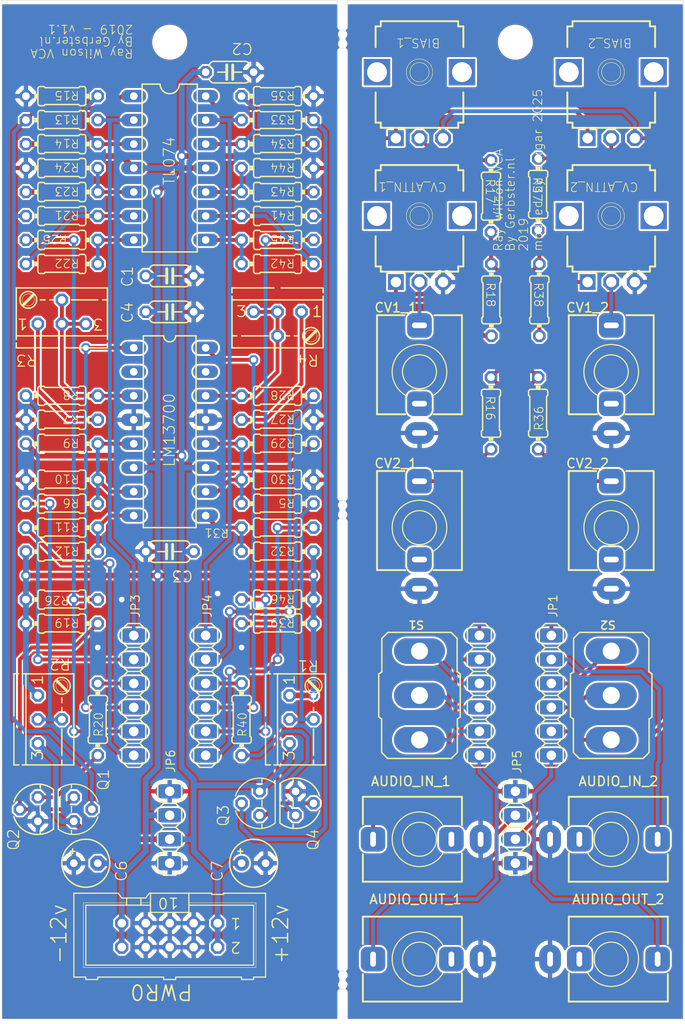
<source format=kicad_pcb>
(kicad_pcb (version 20240108) (generator "pcbnew") (generator_version "8.0")
  (layers (0 "F.Cu" signal) (31 "B.Cu" signal) (34 "B.Paste" user) (35 "F.Paste" user) (36 "B.SilkS" user "B.Silkscreen") (37 "F.SilkS" user "F.Silkscreen") (38 "B.Mask" user) (39 "F.Mask" user) (44 "Edge.Cuts" user))
  (net 0 "")
  (net 1 "+12V")
  (net 2 "-12V")
  (net 3 "N$1")
  (net 4 "GND")
  (net 5 "N$3")
  (net 6 "N$4")
  (net 7 "AI1_M")
  (net 8 "SWB1_M")
  (net 9 "N$7")
  (net 10 "N$9")
  (net 11 "N$10")
  (net 12 "N$15")
  (net 13 "N$17")
  (net 14 "N$19")
  (net 15 "N$20")
  (net 16 "N$11")
  (net 17 "SWA1_M")
  (net 18 "SWC1_M")
  (net 19 "N$16")
  (net 20 "N$23")
  (net 21 "N$24")
  (net 22 "N$27")
  (net 23 "CV2_M")
  (net 24 "N$29")
  (net 25 "N$30")
  (net 26 "N$34")
  (net 27 "N$35")
  (net 28 "N$36")
  (net 29 "N$37")
  (net 30 "N$38")
  (net 31 "SWA2_M")
  (net 32 "SWC2_M")
  (net 33 "SWB2_M")
  (net 34 "N$41")
  (net 35 "IO_CV1")
  (net 36 "CV1_M")
  (net 37 "N$8")
  (net 38 "N$12")
  (net 39 "CV2_IO")
  (net 40 "AI2_IO")
  (net 41 "SWB2_IO")
  (net 42 "SWA2_IO")
  (net 43 "SWC2_IO")
  (net 44 "AO2_IO")
  (net 45 "N$46")
  (net 46 "IO_CV2")
  (net 47 "N$47")
  (net 48 "N$48")
  (net 49 "AO1_M")
  (net 50 "AO2_M")
  (net 51 "CV1_IO")
  (net 52 "AI1_IO")
  (net 53 "AO1_IO")
  (net 54 "SWB1_IO")
  (net 55 "SWA1_IO")
  (net 56 "SWC1_IO")
  (net 57 "AI2_M")
  (net 58 "N$2")
  (net 59 "N$5")
  (footprint "ioboard:0204_7" (layer "F.Cu") (at 105.955 54.98)
    (property "Reference" "R14")
    (property "Value" "100k")
  )
  (footprint "ioboard:0204_7" (layer "F.Cu") (at 105.955 84.19)
    (property "Reference" "R7")
    (property "Value" "150R")
  )
  (footprint "ioboard:0204_7" (layer "F.Cu") (at 128.815 103.24 180)
    (property "Reference" "R46")
    (property "Value" "20k")
  )
  (footprint "ioboard:0204_7" (layer "F.Cu") (at 105.955 103.24)
    (property "Reference" "R26")
    (property "Value" "20k")
  )
  (footprint "ioboard:0204_7" (layer "F.Cu") (at 105.955 90.54 180)
    (property "Reference" "R10")
    (property "Value" "47k")
  )
  (footprint "ioboard:TO92" (layer "F.Cu") (at 103.415 125.465 90)
    (property "Reference" "Q2")
    (property "Value" "2N3906" (hide yes))
  )
  (footprint "ioboard:0204_7" (layer "F.Cu") (at 128.815 54.98 180)
    (property "Reference" "R34")
    (property "Value" "100k")
  )
  (footprint "ioboard:1X06" (layer "F.Cu") (at 121.195 113.4 90)
    (property "Reference" "JP4")
    (property "Value" "")
  )
  (footprint "ioboard:0204_7" (layer "F.Cu") (at 128.815 65.14 180)
    (property "Reference" "R45")
    (property "Value" "30k")
  )
  (footprint "" (layer "F.Cu") (at 154.0168 44.185 90)
    (property "Reference" "@HOLE0" (hide yes))
    (property "Value" "")
  )
  (footprint "ioboard:ML10" (layer "F.Cu") (at 117.385 138.8 180)
    (property "Reference" "PWR0")
    (property "Value" "")
  )
  (footprint "ioboard:0204_7" (layer "F.Cu") (at 105.955 98.16)
    (property "Reference" "R12")
    (property "Value" "4.7k")
  )
  (footprint "ioboard:C050-024X044" (layer "F.Cu") (at 117.385 68.95)
    (property "Reference" "C1")
    (property "Value" ".1uf")
  )
  (footprint "" (layer "F.Cu") (at 135.718931 44.355281 90)
    (property "Reference" "@HOLE2" (hide yes))
    (property "Value" "")
  )
  (footprint "ioboard:0204_7" (layer "F.Cu") (at 128.815 81.65 180)
    (property "Reference" "R28")
    (property "Value" "100k")
  )
  (footprint "ioboard:1X04" (layer "F.Cu") (at 154.0168 127.37 90)
    (property "Reference" "JP5")
    (property "Value" "")
  )
  (footprint "ioboard:EVUF" (layer "F.Cu") (at 143.8568 47.36)
    (property "Reference" "BIAS_1")
    (property "Value" "100k" (hide yes))
  )
  (footprint "ioboard:0204_7" (layer "F.Cu") (at 128.815 93.08 180)
    (property "Reference" "R5")
    (property "Value" "2M")
  )
  (footprint "ioboard:0204_7" (layer "F.Cu") (at 105.955 57.52 180)
    (property "Reference" "R24")
    (property "Value" "470R")
  )
  (footprint "ioboard:0204_7" (layer "F.Cu") (at 128.815 57.52)
    (property "Reference" "R44")
    (property "Value" "470R")
  )
  (footprint "ioboard:EVUF" (layer "F.Cu") (at 164.1768 62.6)
    (property "Reference" "CV_ATTN_2")
    (property "Value" "50k" (hide yes))
  )
  (footprint "ioboard:0204_7" (layer "F.Cu") (at 105.955 105.78)
    (property "Reference" "R19")
    (property "Value" "120k")
  )
  (footprint "ioboard:0204_7" (layer "F.Cu") (at 105.955 95.62 180)
    (property "Reference" "R11")
    (property "Value" "1k")
  )
  (footprint "ioboard:S64YW" (layer "F.Cu") (at 104.685 115.94 90)
    (property "Reference" "R2")
    (property "Value" "100k")
  )
  (footprint "ioboard:DIL16" (layer "F.Cu") (at 117.385 85.46 -90)
    (property "Reference" "IC2" (hide yes))
    (property "Value" "LM13700N")
  )
  (footprint "ioboard:EVUF" (layer "F.Cu") (at 164.1768 47.36)
    (property "Reference" "BIAS_2")
    (property "Value" "100k" (hide yes))
  )
  (footprint "ioboard:S64YW" (layer "F.Cu") (at 128.815 74.03)
    (property "Reference" "R4")
    (property "Value" "2k")
  )
  (footprint "ioboard:E2,5-5" (layer "F.Cu") (at 126.275 131.18)
    (property "Reference" "C7")
    (property "Value" "10uf")
  )
  (footprint "ioboard:0204_7" (layer "F.Cu") (at 105.955 86.73)
    (property "Reference" "R9")
    (property "Value" "470k")
  )
  (footprint "ioboard:C050-024X044" (layer "F.Cu") (at 117.385 72.76)
    (property "Reference" "C4")
    (property "Value" ".1uf")
  )
  (footprint "ioboard:0204_7" (layer "F.Cu") (at 128.815 98.16 180)
    (property "Reference" "R32")
    (property "Value" "4.7k")
  )
  (footprint "ioboard:1X06" (layer "F.Cu") (at 150.2068 113.4 -90)
    (property "Reference" "JP2" (hide yes))
    (property "Value" "")
  )
  (footprint "ioboard:0204_7" (layer "F.Cu") (at 105.955 65.14)
    (property "Reference" "R25")
    (property "Value" "30k")
  )
  (footprint "ioboard:0204_7" (layer "F.Cu") (at 156.4368 83.5 90)
    (property "Reference" "R36")
    (property "Value" "100k")
  )
  (footprint "ioboard:0204_7" (layer "F.Cu") (at 105.955 67.68)
    (property "Reference" "R22")
    (property "Value" "100k")
  )
  (footprint "AudioJacks:Jack_3.5mm_QingPu_WQP-PJ398SM_Vertical_1" (layer "F.Cu") (at 143.8568 79.11)
    (property "Reference" "CV1_1")
    (property "Value" "PJ301BMPJ301BM")
  )
  (footprint "ioboard:0204_7" (layer "F.Cu") (at 128.815 86.73 180)
    (property "Reference" "R29")
    (property "Value" "470k")
  )
  (footprint "AudioJacks:Jack_3.5mm_QingPu_WQP-PJ398SM_Vertical_1" (layer "F.Cu") (at 143.8568 128.64 90)
    (property "Reference" "AUDIO_IN_1")
    (property "Value" "PJ301BMPJ301BM")
  )
  (footprint "ioboard:0204_7" (layer "F.Cu") (at 105.955 62.6)
    (property "Reference" "R21")
    (property "Value" "2k")
  )
  (footprint "ioboard:S64YW" (layer "F.Cu") (at 131.355 115.94 90)
    (property "Reference" "R1")
    (property "Value" "100k")
  )
  (footprint "ioboard:0204_7" (layer "F.Cu") (at 125.005 115.94 -90)
    (property "Reference" "R40")
    (property "Value" "20k")
  )
  (footprint "ioboard:C050-024X044" (layer "F.Cu") (at 117.385 98.16 180)
    (property "Reference" "C3")
    (property "Value" ".1uf")
  )
  (footprint "ioboard:0204_7" (layer "F.Cu") (at 151.4368 83.5 90)
    (property "Reference" "R16")
    (property "Value" "100k")
  )
  (footprint "ioboard:0204_7" (layer "F.Cu") (at 128.815 105.78 180)
    (property "Reference" "R39")
    (property "Value" "120k")
  )
  (footprint "ioboard:0204_7" (layer "F.Cu") (at 151.4368 60.5 -90)
    (property "Reference" "R17")
    (property "Value" "100k")
  )
  (footprint "ioboard:0204_7" (layer "F.Cu") (at 156.4368 60.31 -90)
    (property "Reference" "R37")
    (property "Value" "100k")
  )
  (footprint "ioboard:0204_7" (layer "F.Cu") (at 128.815 95.62)
    (property "Reference" "R31")
    (property "Value" "1k")
  )
  (footprint "ioboard:1X06" (layer "F.Cu") (at 157.8268 113.4 -90)
    (property "Reference" "JP1")
    (property "Value" "")
  )
  (footprint "ioboard:E2,5-5" (layer "F.Cu") (at 108.495 131.18)
    (property "Reference" "C6")
    (property "Value" "10uf")
  )
  (footprint "ioboard:0204_7" (layer "F.Cu") (at 105.955 49.9 180)
    (property "Reference" "R15")
    (property "Value" "2k")
  )
  (footprint "ioboard:0204_7" (layer "F.Cu") (at 105.955 81.65)
    (property "Reference" "R8")
    (property "Value" "100k")
  )
  (footprint "ioboard:C050-024X044" (layer "F.Cu") (at 123.735 47.36)
    (property "Reference" "C2")
    (property "Value" ".1uf")
  )
  (footprint "" (layer "F.Cu") (at 135.718931 43.352705 90)
    (property "Reference" "@HOLE4" (hide yes))
    (property "Value" "")
  )
  (footprint "ioboard:0204_7" (layer "F.Cu") (at 128.815 90.54)
    (property "Reference" "R30")
    (property "Value" "47k")
  )
  (footprint "ioboard:DIL14" (layer "F.Cu") (at 117.385 57.52 -90)
    (property "Reference" "IC1" (hide yes))
    (property "Value" "TL074P")
  )
  (footprint "ioboard:0204_7" (layer "F.Cu") (at 128.815 49.9)
    (property "Reference" "R35")
    (property "Value" "2k")
  )
  (footprint "ioboard:1X04" (layer "F.Cu") (at 117.385 127.37 -90)
    (property "Reference" "JP6")
    (property "Value" "")
  )
  (footprint "ioboard:0204_7" (layer "F.Cu") (at 109.765 115.94 -90)
    (property "Reference" "R20")
    (property "Value" "20k")
  )
  (footprint "" (layer "F.Cu") (at 135.717589 94.251289 90)
    (property "Reference" "@HOLE2" (hide yes))
    (property "Value" "")
  )
  (footprint "" (layer "F.Cu") (at 117.385 44.185 90)
    (property "Reference" "@HOLE1" (hide yes))
    (property "Value" "")
  )
  (footprint "ioboard:0204_7" (layer "F.Cu") (at 105.955 93.08)
    (property "Reference" "R6")
    (property "Value" "2M")
  )
  (footprint "AudioJacks:Jack_3.5mm_QingPu_WQP-PJ398SM_Vertical_1" (layer "F.Cu") (at 164.1768 95.62)
    (property "Reference" "CV2_2")
    (property "Value" "PJ301BMPJ301BM" (hide yes))
  )
  (footprint "ioboard:TO92" (layer "F.Cu") (at 107.225 125.465 -90)
    (property "Reference" "Q1")
    (property "Value" "2N3904" (hide yes))
  )
  (footprint "" (layer "F.Cu") (at 135.7368 144.0425 90)
    (property "Reference" "@HOLE2" (hide yes))
    (property "Value" "")
  )
  (footprint "ioboard:TO92" (layer "F.Cu") (at 130.72 124.83 -90)
    (property "Reference" "Q4")
    (property "Value" "2N3906" (hide yes))
  )
  (footprint "ioboard:EVUF" (layer "F.Cu") (at 143.8568 62.6)
    (property "Reference" "CV_ATTN_1")
    (property "Value" "50k" (hide yes))
  )
  (footprint "ioboard:S64YW" (layer "F.Cu") (at 105.955 72.76 180)
    (property "Reference" "R3")
    (property "Value" "2k")
  )
  (footprint "ioboard:M9040P" (layer "F.Cu") (at 164.1768 113.4)
    (property "Reference" "S2")
    (property "Value" "")
  )
  (footprint "AudioJacks:Jack_3.5mm_QingPu_WQP-PJ398SM_Vertical_1" (layer "F.Cu") (at 143.8568 141.34 90)
    (property "Reference" "AUDIO_OUT_1")
    (property "Value" "PJ301BMPJ301BM")
  )
  (footprint "ioboard:1X06" (layer "F.Cu") (at 113.575 113.4 90)
    (property "Reference" "JP3")
    (property "Value" "")
  )
  (footprint "ioboard:0204_7" (layer "F.Cu") (at 128.815 67.68 180)
    (property "Reference" "R42")
    (property "Value" "100k")
  )
  (footprint "ioboard:M9040P" (layer "F.Cu") (at 143.8568 113.4)
    (property "Reference" "S1")
    (property "Value" "")
  )
  (footprint "AudioJacks:Jack_3.5mm_QingPu_WQP-PJ398SM_Vertical_1" (layer "F.Cu") (at 164.1768 79.11)
    (property "Reference" "CV1_2")
    (property "Value" "PJ301BMPJ301BM")
  )
  (footprint "ioboard:0204_7" (layer "F.Cu") (at 128.815 62.6 180)
    (property "Reference" "R41")
    (property "Value" "2k")
  )
  (footprint "" (layer "F.Cu") (at 135.75 143.0425 90)
    (property "Reference" "@HOLE4" (hide yes))
    (property "Value" "")
  )
  (footprint "ioboard:TO92" (layer "F.Cu") (at 126.91 124.83 90)
    (property "Reference" "Q3")
    (property "Value" "2N3904" (hide yes))
  )
  (footprint "ioboard:0204_7" (layer "F.Cu") (at 128.815 60.06 180)
    (property "Reference" "R43")
    (property "Value" "100k")
  )
  (footprint "AudioJacks:Jack_3.5mm_QingPu_WQP-PJ398SM_Vertical_1" (layer "F.Cu") (at 164.1768 128.64 -90)
    (property "Reference" "AUDIO_IN_2")
    (property "Value" "PJ301BMPJ301BM")
  )
  (footprint "ioboard:0204_7" (layer "F.Cu") (at 105.955 60.06)
    (property "Reference" "R23")
    (property "Value" "100k")
  )
  (footprint "ioboard:0204_7" (layer "F.Cu") (at 128.815 52.44)
    (property "Reference" "R33")
    (property "Value" "2k")
  )
  (footprint "AudioJacks:Jack_3.5mm_QingPu_WQP-PJ398SM_Vertical_1" (layer "F.Cu") (at 164.1768 141.34 -90)
    (property "Reference" "AUDIO_OUT_2")
    (property "Value" "PJ301BMPJ301BM")
  )
  (footprint "ioboard:0204_7" (layer "F.Cu") (at 151.4768 71.49 90)
    (property "Reference" "R18")
    (property "Value" "100k")
  )
  (footprint "ioboard:0204_7" (layer "F.Cu") (at 105.955 52.44 180)
    (property "Reference" "R13")
    (property "Value" "2k")
  )
  (footprint "ioboard:0204_7" (layer "F.Cu") (at 128.815 84.19 180)
    (property "Reference" "R27")
    (property "Value" "150R")
  )
  (footprint "" (layer "F.Cu") (at 135.714155 93.24163 90)
    (property "Reference" "@HOLE4" (hide yes))
    (property "Value" "")
  )
  (footprint "ioboard:0204_7" (layer "F.Cu") (at 156.5568 71.49 90)
    (property "Reference" "R38")
    (property "Value" "100k")
  )
  (footprint "AudioJacks:Jack_3.5mm_QingPu_WQP-PJ398SM_Vertical_1" (layer "F.Cu") (at 143.8568 95.62)
    (property "Reference" "CV2_1")
    (property "Value" "PJ301BMPJ301BM")
  )
  (gr_line (start 136.2368 147.69) (end 171.7968 147.69) (stroke (width 0.05)) (layer "Edge.Cuts"))
  (gr_arc (start 135.914792 44.805913) (mid 136.139298 44.898907) (end 136.232292 45.123413) (stroke (width 0.05)) (layer "Edge.Cuts"))
  (gr_line (start 135.165 39.74) (end 135.160492 42.583413) (stroke (width 0.05)) (layer "Edge.Cuts"))
  (gr_arc (start 136.2368 142.2925) (mid 136.143807 142.517006) (end 135.919301 142.609999) (stroke (width 0.05)) (layer "Edge.Cuts"))
  (gr_line (start 136.2368 94.985) (end 136.2368 142.2925) (stroke (width 0.05)) (layer "Edge.Cuts"))
  (gr_arc (start 135.165 144.8325) (mid 135.257994 144.607994) (end 135.4825 144.515) (stroke (width 0.05)) (layer "Edge.Cuts"))
  (gr_arc (start 135.914792 94.672164) (mid 136.139267 94.76325) (end 136.2368 94.985) (stroke (width 0.05)) (layer "Edge.Cuts"))
  (gr_line (start 135.477992 42.900913) (end 135.914793 42.900912) (stroke (width 0.05)) (layer "Edge.Cuts"))
  (gr_arc (start 136.2368 92.445) (mid 136.145848 92.67878) (end 135.914793 92.776448) (stroke (width 0.05)) (layer "Edge.Cuts"))
  (gr_arc (start 135.160492 45.123413) (mid 135.253486 44.898907) (end 135.477992 44.805913) (stroke (width 0.05)) (layer "Edge.Cuts"))
  (gr_line (start 135.165 39.74) (end 99.605 39.74) (stroke (width 0.05)) (layer "Edge.Cuts"))
  (gr_line (start 171.7968 39.74) (end 136.2368 39.74) (stroke (width 0.05)) (layer "Edge.Cuts"))
  (gr_line (start 136.2368 39.74) (end 136.232292 42.583413) (stroke (width 0.05)) (layer "Edge.Cuts"))
  (gr_line (start 135.165 144.8325) (end 135.165 147.69) (stroke (width 0.05)) (layer "Edge.Cuts"))
  (gr_arc (start 135.160632 94.98487) (mid 135.256847 94.766488) (end 135.477992 94.676806) (stroke (width 0.05)) (layer "Edge.Cuts"))
  (gr_arc (start 135.477992 42.900913) (mid 135.253486 42.807919) (end 135.160492 42.583413) (stroke (width 0.05)) (layer "Edge.Cuts"))
  (gr_line (start 136.232292 45.123413) (end 136.2368 92.445) (stroke (width 0.05)) (layer "Edge.Cuts"))
  (gr_arc (start 135.477992 92.767436) (mid 135.25331 92.672407) (end 135.165 92.445) (stroke (width 0.05)) (layer "Edge.Cuts"))
  (gr_line (start 135.477992 44.805913) (end 135.914792 44.805913) (stroke (width 0.05)) (layer "Edge.Cuts"))
  (gr_arc (start 136.232292 42.583413) (mid 136.139299 42.807919) (end 135.914793 42.900912) (stroke (width 0.05)) (layer "Edge.Cuts"))
  (gr_line (start 135.165 94.985) (end 135.165 142.2925) (stroke (width 0.05)) (layer "Edge.Cuts"))
  (gr_line (start 135.4825 142.61) (end 135.919301 142.609999) (stroke (width 0.05)) (layer "Edge.Cuts"))
  (gr_arc (start 135.4825 142.61) (mid 135.257994 142.517006) (end 135.165 142.2925) (stroke (width 0.05)) (layer "Edge.Cuts"))
  (gr_line (start 135.160492 45.123413) (end 135.165 92.445) (stroke (width 0.05)) (layer "Edge.Cuts"))
  (gr_arc (start 135.9193 144.515) (mid 136.143806 144.607994) (end 136.2368 144.8325) (stroke (width 0.05)) (layer "Edge.Cuts"))
  (gr_line (start 99.605 147.69) (end 135.165 147.69) (stroke (width 0.05)) (layer "Edge.Cuts"))
  (gr_line (start 136.2368 144.8325) (end 136.2368 147.69) (stroke (width 0.05)) (layer "Edge.Cuts"))
  (gr_line (start 99.605 147.69) (end 99.605 39.74) (stroke (width 0.05)) (layer "Edge.Cuts"))
  (gr_line (start 171.7968 147.69) (end 171.7968 39.74) (stroke (width 0.05)) (layer "Edge.Cuts"))
  (gr_line (start 135.477992 94.676806) (end 135.914792 94.672164) (stroke (width 0.05)) (layer "Edge.Cuts"))
  (gr_line (start 135.4825 144.515) (end 135.9193 144.515) (stroke (width 0.05)) (layer "Edge.Cuts"))
  (gr_line (start 135.477992 92.767436) (end 135.914793 92.776448) (stroke (width 0.05)) (layer "Edge.Cuts"))
  (gr_text "+12v" (at 130.085 141.975 90) (layer "F.SilkS") (effects (font (size 1.63576 1.63576) (thickness 0.14224)) (justify left bottom)))
  (gr_text "Ray Wilson VCA" (at 152.7468 66.41 90) (layer "F.SilkS") (effects (font (size 0.93472 0.93472) (thickness 0.08128)) (justify left bottom)))
  (gr_text "Ray Wilson VCA" (at 113.575 44.82 180) (layer "F.SilkS") (effects (font (size 0.93472 0.93472) (thickness 0.08128)) (justify left bottom)))
  (gr_text "TL074" (at 118.02 59.425 90) (layer "F.SilkS") (effects (font (size 1.1684 1.1684) (thickness 0.1016)) (justify left bottom)))
  (gr_text "By Gerbster.nl" (at 113.575 43.55 180) (layer "F.SilkS") (effects (font (size 0.93472 0.93472) (thickness 0.08128)) (justify left bottom)))
  (gr_text "By Gerbster.nl" (at 154.0168 66.41 90) (layer "F.SilkS") (effects (font (size 0.93472 0.93472) (thickness 0.08128)) (justify left bottom)))
  (gr_text "-12v" (at 106.59 141.975 90) (layer "F.SilkS") (effects (font (size 1.63576 1.63576) (thickness 0.14224)) (justify left bottom)))
  (gr_text "2019 - v1.1" (at 113.575 42.28 180) (layer "F.SilkS") (effects (font (size 0.93472 0.93472) (thickness 0.08128)) (justify left bottom)))
  (gr_text "2019\nmodded by borgar 2025" (at 156.9368 66.41 90) (layer "F.SilkS") (effects (font (size 0.93472 0.93472) (thickness 0.08128)) (justify left bottom)))
  (gr_text "LM13700" (at 118.02 89.27 90) (layer "F.SilkS") (effects (font (size 1.1684 1.1684) (thickness 0.1016)) (justify left bottom)))
  (segment (start 130.085 58.79) (end 130.085 56.25) (width 0.6096) (layer "F.Cu") (net 1))
  (segment (start 130.085 89.27) (end 132.625 86.73) (width 0.6096) (layer "F.Cu") (net 1))
  (segment (start 132.625 60.06) (end 131.355 60.06) (width 0.6096) (layer "F.Cu") (net 1))
  (segment (start 112.305 56.25) (end 113.575 57.52) (width 0.6096) (layer "F.Cu") (net 1))
  (segment (start 104.685 58.79) (end 104.685 56.25) (width 0.6096) (layer "F.Cu") (net 1))
  (segment (start 162.7918 119.865) (end 166.246355 119.865) (width 0.4) (layer "F.Cu") (net 1))
  (segment (start 102.145 54.98) (end 103.415 54.98) (width 0.6096) (layer "F.Cu") (net 1))
  (segment (start 102.145 60.06) (end 103.415 60.06) (width 0.6096) (layer "F.Cu") (net 1))
  (segment (start 130.085 56.25) (end 118.655 56.25) (width 0.6096) (layer "F.Cu") (net 1))
  (segment (start 117.385 128.64) (end 109.13 128.64) (width 0.6096) (layer "F.Cu") (net 1))
  (segment (start 103.415 88) (end 102.145 86.73) (width 0.6096) (layer "F.Cu") (net 1))
  (segment (start 103.415 54.98) (end 104.685 56.25) (width 0.6096) (layer "F.Cu") (net 1))
  (segment (start 154.0168 128.64) (end 162.7918 119.865) (width 0.4) (layer "F.Cu") (net 1))
  (segment (start 166.246355 119.865) (end 170.9368 115.174555) (width 0.4) (layer "F.Cu") (net 1))
  (segment (start 131.355 54.98) (end 132.625 54.98) (width 0.6096) (layer "F.Cu") (net 1))
  (segment (start 167.7968 54.36) (end 166.6768 54.36) (width 0.4) (layer "F.Cu") (net 1))
  (segment (start 121.195 89.27) (end 130.085 89.27) (width 0.6096) (layer "F.Cu") (net 1))
  (segment (start 170.9368 115.174555) (end 170.9368 57.5) (width 0.4) (layer "F.Cu") (net 1))
  (segment (start 131.355 60.06) (end 130.085 58.79) (width 0.6096) (layer "F.Cu") (net 1))
  (segment (start 109.13 128.64) (end 107.225 126.735) (width 0.6096) (layer "F.Cu") (net 1))
  (segment (start 170.9368 57.5) (end 167.7968 54.36) (width 0.4) (layer "F.Cu") (net 1))
  (segment (start 130.085 56.25) (end 131.355 54.98) (width 0.6096) (layer "F.Cu") (net 1))
  (segment (start 103.415 60.06) (end 104.685 58.79) (width 0.6096) (layer "F.Cu") (net 1))
  (segment (start 118.655 88) (end 103.415 88) (width 0.6096) (layer "F.Cu") (net 1))
  (segment (start 104.685 56.25) (end 112.305 56.25) (width 0.6096) (layer "F.Cu") (net 1))
  (via (at 118.655 56.25) (size 1.0064) (drill 0.6) (layers "F.Cu" "B.Cu") (net 1))
  (via (at 118.655 88) (size 1.0064) (drill 0.6) (layers "F.Cu" "B.Cu") (net 1))
  (segment (start 122.465 132.45) (end 119.925 129.91) (width 0.6096) (layer "B.Cu") (net 1))
  (segment (start 119.925 128.64) (end 119.925 122.925) (width 0.6096) (layer "B.Cu") (net 1))
  (segment (start 107.225 126.735) (end 105.955 126.735) (width 0.6096) (layer "B.Cu") (net 1))
  (segment (start 123.735 131.18) (end 122.465 132.45) (width 0.6096) (layer "B.Cu") (net 1))
  (segment (start 122.465 137.53) (end 122.465 132.45) (width 0.6096) (layer "B.Cu") (net 1))
  (segment (start 119.925 122.29) (end 118.655 121.02) (width 0.6096) (layer "B.Cu") (net 1))
  (segment (start 146.3568 54.36) (end 146.3568 52.58) (width 0.4) (layer "B.Cu") (net 1))
  (segment (start 118.655 89.27) (end 118.655 88) (width 0.6096) (layer "B.Cu") (net 1))
  (segment (start 126.91 123.56) (end 130.085 120.385) (width 0.6096) (layer "B.Cu") (net 1))
  (segment (start 118.655 89.27) (end 121.195 89.27) (width 0.6096) (layer "B.Cu") (net 1))
  (segment (start 105.32 126.1) (end 105.32 120.385) (width 0.6096) (layer "B.Cu") (net 1))
  (segment (start 118.655 56.25) (end 118.655 57.52) (width 0.6096) (layer "B.Cu") (net 1))
  (segment (start 118.655 48.63) (end 118.655 56.25) (width 0.6096) (layer "B.Cu") (net 1))
  (segment (start 122.465 140.07) (end 122.465 137.53) (width 0.6096) (layer "B.Cu") (net 1))
  (segment (start 118.655 98.16) (end 118.655 89.27) (width 0.6096) (layer "B.Cu") (net 1))
  (segment (start 166.6768 52.74) (end 166.6768 54.36) (width 0.4) (layer "B.Cu") (net 1))
  (segment (start 118.655 121.02) (end 118.655 98.16) (width 0.6096) (layer "B.Cu") (net 1))
  (segment (start 113.575 57.52) (end 118.655 57.52) (width 0.6096) (layer "B.Cu") (net 1))
  (segment (start 130.085 120.385) (end 130.085 118.48) (width 0.6096) (layer "B.Cu") (net 1))
  (segment (start 147.4368 51.5) (end 165.4368 51.5) (width 0.4) (layer "B.Cu") (net 1))
  (segment (start 118.655 57.52) (end 118.655 88) (width 0.6096) (layer "B.Cu") (net 1))
  (segment (start 126.275 122.925) (end 126.91 123.56) (width 0.6096) (layer "B.Cu") (net 1))
  (segment (start 117.385 128.64) (end 119.925 128.64) (width 0.6096) (layer "B.Cu") (net 1))
  (segment (start 121.195 47.36) (end 119.925 47.36) (width 0.6096) (layer "B.Cu") (net 1))
  (segment (start 165.4368 51.5) (end 166.6768 52.74) (width 0.4) (layer "B.Cu") (net 1))
  (segment (start 119.925 122.925) (end 126.275 122.925) (width 0.6096) (layer "B.Cu") (net 1))
  (segment (start 119.925 122.925) (end 119.925 122.29) (width 0.6096) (layer "B.Cu") (net 1))
  (segment (start 122.465 138.8) (end 122.465 137.53) (width 0.6096) (layer "B.Cu") (net 1))
  (segment (start 146.3568 52.58) (end 147.4368 51.5) (width 0.4) (layer "B.Cu") (net 1))
  (segment (start 119.925 129.91) (end 119.925 128.64) (width 0.6096) (layer "B.Cu") (net 1))
  (segment (start 119.925 98.16) (end 118.655 98.16) (width 0.6096) (layer "B.Cu") (net 1))
  (segment (start 125.005 131.18) (end 123.735 131.18) (width 0.6096) (layer "B.Cu") (net 1))
  (segment (start 105.955 126.735) (end 105.32 126.1) (width 0.6096) (layer "B.Cu") (net 1))
  (segment (start 119.925 47.36) (end 118.655 48.63) (width 0.6096) (layer "B.Cu") (net 1))
  (segment (start 105.32 120.385) (end 103.415 118.48) (width 0.6096) (layer "B.Cu") (net 1))
  (segment (start 116.115 100.7) (end 102.145 100.7) (width 0.6096) (layer "F.Cu") (net 2))
  (segment (start 160.4368 51.5) (end 161.6768 52.74) (width 0.4) (layer "F.Cu") (net 2))
  (segment (start 141.3568 54.36) (end 141.3568 53.08) (width 0.4) (layer "F.Cu") (net 2))
  (segment (start 130.085 113.4) (end 132.625 113.4) (width 0.6096) (layer "F.Cu") (net 2))
  (segment (start 137.041764 129.979023) (end 137.041764 57.395036) (width 0.4) (layer "F.Cu") (net 2))
  (segment (start 132.625 100.7) (end 116.115 100.7) (width 0.6096) (layer "F.Cu") (net 2))
  (segment (start 140.0768 54.36) (end 141.3568 54.36) (width 0.4) (layer "F.Cu") (net 2))
  (segment (start 141.3568 53.08) (end 142.9368 51.5) (width 0.4) (layer "F.Cu") (net 2))
  (segment (start 161.6768 52.74) (end 161.6768 54.36) (width 0.4) (layer "F.Cu") (net 2))
  (segment (start 152.00708 129.997999) (end 150.505079 131.5) (width 0.4) (layer "F.Cu") (net 2))
  (segment (start 150.505079 131.5) (end 138.562741 131.5) (width 0.4) (layer "F.Cu") (net 2))
  (segment (start 152.00708 128.10972) (end 152.00708 129.997999) (width 0.4) (layer "F.Cu") (net 2))
  (segment (start 154.0168 126.1) (end 152.00708 128.10972) (width 0.4) (layer "F.Cu") (net 2))
  (segment (start 142.9368 51.5) (end 160.4368 51.5) (width 0.4) (layer "F.Cu") (net 2))
  (segment (start 118.655 57.52) (end 121.195 57.52) (width 0.6096) (layer "F.Cu") (net 2))
  (segment (start 116.115 60.06) (end 118.655 57.52) (width 0.6096) (layer "F.Cu") (net 2))
  (segment (start 138.562741 131.5) (end 137.041764 129.979023) (width 0.4) (layer "F.Cu") (net 2))
  (segment (start 137.041764 57.395036) (end 140.0768 54.36) (width 0.4) (layer "F.Cu") (net 2))
  (via (at 132.625 113.4) (size 1.0064) (drill 0.6) (layers "F.Cu" "B.Cu") (net 2))
  (via (at 116.115 60.06) (size 1.0064) (drill 0.6) (layers "F.Cu" "B.Cu") (net 2))
  (via (at 102.145 100.7) (size 1.0064) (drill 0.6) (layers "F.Cu" "B.Cu") (net 2))
  (via (at 132.625 100.7) (size 1.0064) (drill 0.6) (layers "F.Cu" "B.Cu") (net 2))
  (via (at 116.115 100.7) (size 1.0064) (drill 0.6) (layers "F.Cu" "B.Cu") (net 2))
  (segment (start 102.145 100.7) (end 102.145 98.16) (width 0.6096) (layer "B.Cu") (net 2))
  (segment (start 102.145 112.13) (end 103.415 113.4) (width 0.6096) (layer "B.Cu") (net 2))
  (segment (start 114.845 126.1) (end 114.845 122.29) (width 0.6096) (layer "B.Cu") (net 2))
  (segment (start 114.845 72.76) (end 116.115 72.76) (width 0.6096) (layer "B.Cu") (net 2))
  (segment (start 112.305 132.45) (end 114.845 129.91) (width 0.6096) (layer "B.Cu") (net 2))
  (segment (start 116.115 121.02) (end 116.115 100.7) (width 0.6096) (layer "B.Cu") (net 2))
  (segment (start 102.145 103.24) (end 102.145 105.78) (width 0.6096) (layer "B.Cu") (net 2))
  (segment (start 132.625 103.24) (end 132.625 113.4) (width 0.6096) (layer "B.Cu") (net 2))
  (segment (start 116.115 68.95) (end 116.115 60.06) (width 0.6096) (layer "B.Cu") (net 2))
  (segment (start 114.845 129.91) (end 114.845 126.1) (width 0.6096) (layer "B.Cu") (net 2))
  (segment (start 116.115 89.27) (end 116.115 72.76) (width 0.6096) (layer "B.Cu") (net 2))
  (segment (start 117.385 126.1) (end 114.845 126.1) (width 0.6096) (layer "B.Cu") (net 2))
  (segment (start 116.115 89.27) (end 113.575 89.27) (width 0.6096) (layer "B.Cu") (net 2))
  (segment (start 132.625 98.16) (end 132.625 100.7) (width 0.6096) (layer "B.Cu") (net 2))
  (segment (start 132.625 105.78) (end 132.625 103.24) (width 0.4064) (layer "B.Cu") (net 2))
  (segment (start 102.145 105.78) (end 102.145 112.13) (width 0.6096) (layer "B.Cu") (net 2))
  (segment (start 102.145 100.7) (end 102.145 103.24) (width 0.6096) (layer "B.Cu") (net 2))
  (segment (start 132.625 103.24) (end 132.625 100.7) (width 0.6096) (layer "B.Cu") (net 2))
  (segment (start 109.765 131.18) (end 111.035 131.18) (width 0.6096) (layer "B.Cu") (net 2))
  (segment (start 114.845 122.29) (end 116.115 121.02) (width 0.6096) (layer "B.Cu") (net 2))
  (segment (start 112.305 140.07) (end 112.305 137.53) (width 0.6096) (layer "B.Cu") (net 2))
  (segment (start 114.845 68.95) (end 116.115 68.95) (width 0.6096) (layer "B.Cu") (net 2))
  (segment (start 111.035 131.18) (end 112.305 132.45) (width 0.6096) (layer "B.Cu") (net 2))
  (segment (start 112.305 137.53) (end 112.305 132.45) (width 0.6096) (layer "B.Cu") (net 2))
  (segment (start 116.115 72.76) (end 116.115 68.95) (width 0.6096) (layer "B.Cu") (net 2))
  (segment (start 116.115 100.7) (end 116.115 89.27) (width 0.6096) (layer "B.Cu") (net 2))
  (segment (start 102.145 93.08) (end 104.685 93.08) (width 0.4064) (layer "F.Cu") (net 3))
  (via (at 104.685 93.08) (size 1.0064) (drill 0.6) (layers "F.Cu" "B.Cu") (net 3))
  (segment (start 104.685 93.08) (end 104.685 115.94) (width 0.4064) (layer "B.Cu") (net 3))
  (segment (start 104.685 115.94) (end 103.415 115.94) (width 0.4064) (layer "B.Cu") (net 3))
  (segment (start 105.955 115.94) (end 104.685 115.94) (width 0.4064) (layer "B.Cu") (net 3))
  (via (at 112.305 103.24) (size 1.0064) (drill 0.6) (layers "F.Cu" "B.Cu") (net 4))
  (via (at 122.465 102.605) (size 1.0064) (drill 0.6) (layers "F.Cu" "B.Cu") (net 4))
  (via (at 125.005 108.32) (size 1.0064) (drill 0.6) (layers "F.Cu" "B.Cu") (net 4))
  (via (at 109.765 108.32) (size 1.0064) (drill 0.6) (layers "F.Cu" "B.Cu") (net 4))
  (segment (start 105.955 80.38) (end 105.955 71.49) (width 0.4064) (layer "F.Cu") (net 5))
  (segment (start 109.765 81.65) (end 113.575 81.65) (width 0.4064) (layer "F.Cu") (net 5))
  (segment (start 105.955 71.49) (end 105.955 74.03) (width 0.4064) (layer "F.Cu") (net 5))
  (segment (start 105.955 74.03) (end 108.495 74.03) (width 0.4064) (layer "F.Cu") (net 5))
  (segment (start 107.225 81.65) (end 105.955 80.38) (width 0.4064) (layer "F.Cu") (net 5))
  (segment (start 109.765 81.65) (end 107.225 81.65) (width 0.4064) (layer "F.Cu") (net 5))
  (segment (start 109.765 86.73) (end 113.575 86.73) (width 0.4064) (layer "F.Cu") (net 6))
  (segment (start 111.035 91.81) (end 109.765 90.54) (width 0.4064) (layer "F.Cu") (net 6))
  (segment (start 113.575 91.81) (end 111.035 91.81) (width 0.4064) (layer "F.Cu") (net 6))
  (segment (start 109.765 90.54) (end 109.765 86.73) (width 0.4064) (layer "B.Cu") (net 6))
  (segment (start 109.765 93.08) (end 109.765 90.54) (width 0.4064) (layer "B.Cu") (net 6))
  (segment (start 103.415 109.59) (end 113.575 109.59) (width 0.4064) (layer "F.Cu") (net 7))
  (via (at 103.415 109.59) (size 1.0064) (drill 0.6) (layers "F.Cu" "B.Cu") (net 7))
  (segment (start 102.145 81.65) (end 103.415 82.92) (width 0.4064) (layer "B.Cu") (net 7))
  (segment (start 103.415 82.92) (end 103.415 109.59) (width 0.4064) (layer "B.Cu") (net 7))
  (segment (start 108.495 114.67) (end 113.575 114.67) (width 0.4064) (layer "F.Cu") (net 8))
  (segment (start 113.575 76.57) (end 108.495 76.57) (width 0.4064) (layer "F.Cu") (net 8))
  (via (at 108.495 114.67) (size 1.0064) (drill 0.6) (layers "F.Cu" "B.Cu") (net 8))
  (via (at 108.495 76.57) (size 1.0064) (drill 0.6) (layers "F.Cu" "B.Cu") (net 8))
  (segment (start 108.495 76.57) (end 108.495 114.67) (width 0.4064) (layer "B.Cu") (net 8))
  (segment (start 111.035 94.35) (end 113.575 94.35) (width 0.4064) (layer "F.Cu") (net 9))
  (segment (start 109.765 95.62) (end 111.035 94.35) (width 0.4064) (layer "F.Cu") (net 9))
  (segment (start 109.765 98.16) (end 109.765 95.62) (width 0.4064) (layer "B.Cu") (net 9))
  (segment (start 112.305 49.9) (end 113.575 49.9) (width 0.4064) (layer "F.Cu") (net 10))
  (segment (start 103.415 51.17) (end 111.035 51.17) (width 0.4064) (layer "F.Cu") (net 10))
  (segment (start 111.035 51.17) (end 112.305 49.9) (width 0.4064) (layer "F.Cu") (net 10))
  (segment (start 102.145 52.44) (end 103.415 51.17) (width 0.4064) (layer "F.Cu") (net 10))
  (segment (start 102.145 117.21) (end 104.685 117.21) (width 0.4064) (layer "B.Cu") (net 10))
  (segment (start 102.145 62.6) (end 100.875 62.6) (width 0.4064) (layer "B.Cu") (net 10))
  (segment (start 104.685 117.21) (end 109.13 121.655) (width 0.4064) (layer "B.Cu") (net 10))
  (segment (start 100.875 115.94) (end 102.145 117.21) (width 0.4064) (layer "B.Cu") (net 10))
  (segment (start 102.145 52.44) (end 100.875 53.71) (width 0.4064) (layer "B.Cu") (net 10))
  (segment (start 109.13 121.655) (end 109.13 125.465) (width 0.4064) (layer "B.Cu") (net 10))
  (segment (start 100.875 53.71) (end 100.875 62.6) (width 0.4064) (layer "B.Cu") (net 10))
  (segment (start 100.875 62.6) (end 100.875 115.94) (width 0.4064) (layer "B.Cu") (net 10))
  (segment (start 113.575 54.98) (end 109.765 54.98) (width 0.4064) (layer "F.Cu") (net 11))
  (segment (start 109.765 49.9) (end 108.495 51.17) (width 0.4064) (layer "B.Cu") (net 11))
  (segment (start 108.495 51.17) (end 108.495 53.71) (width 0.4064) (layer "B.Cu") (net 11))
  (segment (start 108.495 53.71) (end 109.765 54.98) (width 0.4064) (layer "B.Cu") (net 11))
  (segment (start 102.78 108.32) (end 107.225 108.32) (width 0.4064) (layer "F.Cu") (net 12))
  (segment (start 107.225 108.32) (end 109.765 105.78) (width 0.4064) (layer "F.Cu") (net 12))
  (segment (start 107.225 124.195) (end 105.955 125.465) (width 0.4064) (layer "F.Cu") (net 12))
  (segment (start 105.955 125.465) (end 101.51 125.465) (width 0.4064) (layer "F.Cu") (net 12))
  (segment (start 101.51 125.465) (end 101.51 109.59) (width 0.4064) (layer "F.Cu") (net 12))
  (segment (start 101.51 109.59) (end 102.78 108.32) (width 0.4064) (layer "F.Cu") (net 12))
  (segment (start 105.32 124.195) (end 109.765 119.75) (width 0.4064) (layer "F.Cu") (net 13))
  (segment (start 103.415 124.195) (end 105.32 124.195) (width 0.4064) (layer "F.Cu") (net 13))
  (segment (start 109.765 62.6) (end 113.575 62.6) (width 0.4064) (layer "F.Cu") (net 14))
  (segment (start 107.225 62.6) (end 102.145 67.68) (width 0.4064) (layer "B.Cu") (net 14))
  (segment (start 109.765 62.6) (end 107.225 62.6) (width 0.4064) (layer "B.Cu") (net 14))
  (segment (start 109.765 65.14) (end 113.575 65.14) (width 0.4064) (layer "F.Cu") (net 15))
  (segment (start 109.765 67.68) (end 109.765 65.14) (width 0.4064) (layer "B.Cu") (net 15))
  (segment (start 113.575 60.06) (end 109.765 60.06) (width 0.4064) (layer "F.Cu") (net 16))
  (segment (start 109.765 57.52) (end 109.765 60.06) (width 0.4064) (layer "B.Cu") (net 16))
  (segment (start 109.765 112.13) (end 113.575 112.13) (width 0.4064) (layer "F.Cu") (net 17))
  (segment (start 107.225 117.21) (end 113.575 117.21) (width 0.4064) (layer "F.Cu") (net 18))
  (segment (start 102.145 65.14) (end 107.225 65.14) (width 0.4064) (layer "F.Cu") (net 18))
  (segment (start 109.765 103.24) (end 107.225 103.24) (width 0.4064) (layer "F.Cu") (net 18))
  (via (at 107.225 65.14) (size 1.0064) (drill 0.6) (layers "F.Cu" "B.Cu") (net 18))
  (via (at 107.225 117.21) (size 1.0064) (drill 0.6) (layers "F.Cu" "B.Cu") (net 18))
  (via (at 107.225 103.24) (size 1.0064) (drill 0.6) (layers "F.Cu" "B.Cu") (net 18))
  (segment (start 107.225 103.24) (end 107.225 117.21) (width 0.4064) (layer "B.Cu") (net 18))
  (segment (start 107.225 65.14) (end 107.225 103.24) (width 0.4064) (layer "B.Cu") (net 18))
  (segment (start 131.355 115.94) (end 131.355 94.35) (width 0.4064) (layer "B.Cu") (net 19))
  (segment (start 131.355 115.94) (end 130.085 115.94) (width 0.4064) (layer "B.Cu") (net 19))
  (segment (start 131.355 115.94) (end 132.625 115.94) (width 0.4064) (layer "B.Cu") (net 19))
  (segment (start 131.355 94.35) (end 132.625 93.08) (width 0.4064) (layer "B.Cu") (net 19))
  (segment (start 128.815 79.11) (end 128.815 72.76) (width 0.4064) (layer "F.Cu") (net 20))
  (segment (start 126.275 81.65) (end 128.815 79.11) (width 0.4064) (layer "F.Cu") (net 20))
  (segment (start 125.005 81.65) (end 126.275 81.65) (width 0.4064) (layer "F.Cu") (net 20))
  (segment (start 121.195 81.65) (end 125.005 81.65) (width 0.4064) (layer "F.Cu") (net 20))
  (segment (start 128.815 72.76) (end 126.275 72.76) (width 0.4064) (layer "F.Cu") (net 20))
  (segment (start 123.735 90.54) (end 125.005 90.54) (width 0.4064) (layer "F.Cu") (net 21))
  (segment (start 121.195 86.73) (end 125.005 86.73) (width 0.4064) (layer "F.Cu") (net 21))
  (segment (start 122.465 91.81) (end 123.735 90.54) (width 0.4064) (layer "F.Cu") (net 21))
  (segment (start 121.195 91.81) (end 122.465 91.81) (width 0.4064) (layer "F.Cu") (net 21))
  (segment (start 125.005 93.08) (end 125.005 90.54) (width 0.4064) (layer "B.Cu") (net 21))
  (segment (start 125.005 90.54) (end 125.005 86.73) (width 0.4064) (layer "B.Cu") (net 21))
  (segment (start 122.465 95.62) (end 125.005 95.62) (width 0.4064) (layer "F.Cu") (net 22))
  (segment (start 121.195 94.35) (end 122.465 95.62) (width 0.4064) (layer "F.Cu") (net 22))
  (segment (start 125.005 98.16) (end 125.005 95.62) (width 0.4064) (layer "B.Cu") (net 22))
  (segment (start 123.735 52.44) (end 123.735 96.89) (width 0.4064) (layer "B.Cu") (net 23))
  (segment (start 121.195 52.44) (end 123.735 52.44) (width 0.4064) (layer "B.Cu") (net 23))
  (segment (start 123.735 96.89) (end 121.195 99.43) (width 0.4064) (layer "B.Cu") (net 23))
  (segment (start 121.195 99.43) (end 121.195 107.05) (width 0.4064) (layer "B.Cu") (net 23))
  (segment (start 125.005 52.44) (end 123.735 52.44) (width 0.4064) (layer "B.Cu") (net 23))
  (segment (start 121.195 49.9) (end 122.465 51.17) (width 0.4064) (layer "F.Cu") (net 24))
  (segment (start 122.465 51.17) (end 131.355 51.17) (width 0.4064) (layer "F.Cu") (net 24))
  (segment (start 131.355 51.17) (end 132.625 52.44) (width 0.4064) (layer "F.Cu") (net 24))
  (segment (start 126.275 128.64) (end 132.625 128.64) (width 0.4064) (layer "B.Cu") (net 24))
  (segment (start 132.625 128.64) (end 133.895 127.37) (width 0.4064) (layer "B.Cu") (net 24))
  (segment (start 133.895 53.71) (end 133.895 62.6) (width 0.4064) (layer "B.Cu") (net 24))
  (segment (start 125.005 124.83) (end 125.005 127.37) (width 0.4064) (layer "B.Cu") (net 24))
  (segment (start 133.895 62.6) (end 132.625 62.6) (width 0.4064) (layer "B.Cu") (net 24))
  (segment (start 125.005 127.37) (end 126.275 128.64) (width 0.4064) (layer "B.Cu") (net 24))
  (segment (start 132.625 52.44) (end 133.895 53.71) (width 0.4064) (layer "B.Cu") (net 24))
  (segment (start 133.895 127.37) (end 133.895 62.6) (width 0.4064) (layer "B.Cu") (net 24))
  (segment (start 121.195 54.98) (end 125.005 54.98) (width 0.4064) (layer "F.Cu") (net 25))
  (segment (start 126.275 51.17) (end 126.275 53.71) (width 0.4064) (layer "B.Cu") (net 25))
  (segment (start 125.005 49.9) (end 126.275 51.17) (width 0.4064) (layer "B.Cu") (net 25))
  (segment (start 126.275 53.71) (end 125.005 54.98) (width 0.4064) (layer "B.Cu") (net 25))
  (segment (start 130.085 110.86) (end 128.815 112.13) (width 0.4064) (layer "F.Cu") (net 26))
  (segment (start 130.085 107.05) (end 130.085 110.86) (width 0.4064) (layer "F.Cu") (net 26))
  (segment (start 128.815 124.83) (end 132.625 124.83) (width 0.4064) (layer "F.Cu") (net 26))
  (segment (start 128.815 105.78) (end 130.085 107.05) (width 0.4064) (layer "F.Cu") (net 26))
  (segment (start 127.545 126.1) (end 128.815 124.83) (width 0.4064) (layer "F.Cu") (net 26))
  (segment (start 126.91 126.1) (end 127.545 126.1) (width 0.4064) (layer "F.Cu") (net 26))
  (segment (start 125.005 105.78) (end 128.815 105.78) (width 0.4064) (layer "F.Cu") (net 26))
  (segment (start 128.815 112.13) (end 128.815 124.83) (width 0.4064) (layer "F.Cu") (net 26))
  (segment (start 131.99 117.845) (end 131.99 120.385) (width 0.4064) (layer "B.Cu") (net 27))
  (segment (start 131.355 117.21) (end 131.99 117.845) (width 0.4064) (layer "B.Cu") (net 27))
  (segment (start 125.005 119.75) (end 126.91 119.75) (width 0.4064) (layer "B.Cu") (net 27))
  (segment (start 129.45 117.21) (end 131.355 117.21) (width 0.4064) (layer "B.Cu") (net 27))
  (segment (start 126.91 119.75) (end 129.45 117.21) (width 0.4064) (layer "B.Cu") (net 27))
  (segment (start 129.45 122.925) (end 129.45 124.83) (width 0.4064) (layer "B.Cu") (net 27))
  (segment (start 131.99 120.385) (end 129.45 122.925) (width 0.4064) (layer "B.Cu") (net 27))
  (segment (start 129.45 124.83) (end 130.72 126.1) (width 0.4064) (layer "B.Cu") (net 27))
  (segment (start 121.195 62.6) (end 125.005 62.6) (width 0.4064) (layer "F.Cu") (net 28))
  (segment (start 127.545 62.6) (end 125.005 62.6) (width 0.4064) (layer "B.Cu") (net 28))
  (segment (start 132.625 67.68) (end 127.545 62.6) (width 0.4064) (layer "B.Cu") (net 28))
  (segment (start 121.195 65.14) (end 125.005 65.14) (width 0.4064) (layer "F.Cu") (net 29))
  (segment (start 125.005 67.68) (end 125.005 65.14) (width 0.4064) (layer "B.Cu") (net 29))
  (segment (start 121.195 60.06) (end 125.005 60.06) (width 0.4064) (layer "F.Cu") (net 30))
  (segment (start 125.005 60.06) (end 125.005 57.52) (width 0.4064) (layer "B.Cu") (net 30))
  (segment (start 121.195 112.13) (end 125.005 112.13) (width 0.4064) (layer "F.Cu") (net 31))
  (segment (start 127.545 103.24) (end 125.005 103.24) (width 0.4064) (layer "F.Cu") (net 32))
  (segment (start 132.625 65.14) (end 127.545 65.14) (width 0.4064) (layer "F.Cu") (net 32))
  (segment (start 121.195 117.21) (end 127.545 117.21) (width 0.4064) (layer "F.Cu") (net 32))
  (via (at 127.545 65.14) (size 1.0064) (drill 0.6) (layers "F.Cu" "B.Cu") (net 32))
  (via (at 127.545 117.21) (size 1.0064) (drill 0.6) (layers "F.Cu" "B.Cu") (net 32))
  (via (at 127.545 103.24) (size 1.0064) (drill 0.6) (layers "F.Cu" "B.Cu") (net 32))
  (segment (start 127.545 65.14) (end 127.545 103.24) (width 0.4064) (layer "B.Cu") (net 32))
  (segment (start 127.545 117.21) (end 127.545 103.24) (width 0.4064) (layer "B.Cu") (net 32))
  (segment (start 126.275 77.84) (end 122.465 77.84) (width 0.4064) (layer "F.Cu") (net 33))
  (segment (start 122.465 77.84) (end 121.195 76.57) (width 0.4064) (layer "F.Cu") (net 33))
  (segment (start 121.195 114.67) (end 126.275 114.67) (width 0.4064) (layer "F.Cu") (net 33))
  (via (at 126.275 77.84) (size 1.0064) (drill 0.6) (layers "F.Cu" "B.Cu") (net 33))
  (via (at 126.275 114.67) (size 1.0064) (drill 0.6) (layers "F.Cu" "B.Cu") (net 33))
  (segment (start 126.275 114.67) (end 126.275 77.84) (width 0.4064) (layer "B.Cu") (net 33))
  (segment (start 143.8568 74.19) (end 143.8568 69.6) (width 0.4) (layer "B.Cu") (net 34))
  (segment (start 149.4368 74) (end 150.7368 75.3) (width 0.4064) (layer "F.Cu") (net 35))
  (segment (start 149.4368 73) (end 149.4368 74) (width 0.4064) (layer "F.Cu") (net 35))
  (segment (start 141.3568 70.92) (end 141.9368 71.5) (width 0.4064) (layer "F.Cu") (net 35))
  (segment (start 141.9368 71.5) (end 147.9368 71.5) (width 0.4064) (layer "F.Cu") (net 35))
  (segment (start 150.7368 75.3) (end 151.4768 75.3) (width 0.4064) (layer "F.Cu") (net 35))
  (segment (start 151.4368 75.34) (end 151.4768 75.3) (width 0.2) (layer "F.Cu") (net 35))
  (segment (start 141.3568 69.6) (end 141.3568 70.92) (width 0.4064) (layer "F.Cu") (net 35))
  (segment (start 147.9368 71.5) (end 149.4368 73) (width 0.4064) (layer "F.Cu") (net 35))
  (segment (start 141.3168 70.22) (end 141.3168 69.6) (width 0.4064) (layer "B.Cu") (net 35))
  (segment (start 141.3168 69.6) (end 141.3568 69.6) (width 0.4064) (layer "B.Cu") (net 35))
  (segment (start 111.035 96.89) (end 113.575 99.43) (width 0.4064) (layer "B.Cu") (net 36))
  (segment (start 111.035 52.44) (end 111.035 96.89) (width 0.4064) (layer "B.Cu") (net 36))
  (segment (start 109.765 52.44) (end 111.035 52.44) (width 0.4064) (layer "B.Cu") (net 36))
  (segment (start 113.575 99.43) (end 113.575 107.05) (width 0.4064) (layer "B.Cu") (net 36))
  (segment (start 111.035 52.44) (end 113.575 52.44) (width 0.4064) (layer "B.Cu") (net 36))
  (segment (start 143.8568 54.36) (end 146.1868 56.69) (width 0.4) (layer "F.Cu") (net 37))
  (segment (start 146.1868 56.69) (end 151.4368 56.69) (width 0.4) (layer "F.Cu") (net 37))
  (segment (start 143.8568 90.7) (end 143.1368 90.7) (width 0.4) (layer "F.Cu") (net 38))
  (segment (start 148.0468 90.7) (end 143.8568 90.7) (width 0.4) (layer "F.Cu") (net 38))
  (segment (start 143.1368 90.7) (end 142.9368 90.5) (width 0.4) (layer "F.Cu") (net 38))
  (segment (start 151.4368 87.31) (end 148.0468 90.7) (width 0.4) (layer "F.Cu") (net 38))
  (segment (start 156.5568 67.68) (end 154.4368 69.8) (width 0.4) (layer "F.Cu") (net 39))
  (segment (start 154.4368 69.8) (end 154.4368 77.69) (width 0.4) (layer "F.Cu") (net 39))
  (segment (start 154.9368 103) (end 157.8268 105.89) (width 0.4) (layer "F.Cu") (net 39))
  (segment (start 157.8268 105.89) (end 157.8268 107.05) (width 0.4) (layer "F.Cu") (net 39))
  (segment (start 156.4368 79.69) (end 154.9368 81.19) (width 0.4) (layer "F.Cu") (net 39))
  (segment (start 156.4368 64) (end 156.5568 64.12) (width 0.4) (layer "F.Cu") (net 39))
  (segment (start 154.4368 77.69) (end 156.4368 79.69) (width 0.4) (layer "F.Cu") (net 39))
  (segment (start 156.5568 64.12) (end 156.5568 67.68) (width 0.4) (layer "F.Cu") (net 39))
  (segment (start 154.9368 81.19) (end 154.9368 103) (width 0.4) (layer "F.Cu") (net 39))
  (segment (start 156.4368 64.12) (end 156.4368 64) (width 0.4) (layer "F.Cu") (net 39))
  (segment (start 157.8268 107.05) (end 156.5568 107.05) (width 0.4064) (layer "B.Cu") (net 39))
  (segment (start 169.0968 120.545) (end 169.0968 128.64) (width 0.4064) (layer "B.Cu") (net 40))
  (segment (start 159.7318 109.59) (end 161.0018 110.86) (width 0.4064) (layer "B.Cu") (net 40))
  (segment (start 169.2568 112.765) (end 169.2568 120.385) (width 0.4064) (layer "B.Cu") (net 40))
  (segment (start 157.8268 109.59) (end 159.7318 109.59) (width 0.4064) (layer "B.Cu") (net 40))
  (segment (start 169.2568 120.385) (end 169.0968 120.545) (width 0.4064) (layer "B.Cu") (net 40))
  (segment (start 161.0018 110.86) (end 167.3518 110.86) (width 0.4064) (layer "B.Cu") (net 40))
  (segment (start 167.3518 110.86) (end 169.2568 112.765) (width 0.4064) (layer "B.Cu") (net 40))
  (segment (start 164.1768 113.4) (end 161.6368 113.4) (width 0.4064) (layer "F.Cu") (net 41))
  (segment (start 160.3668 114.67) (end 157.8268 114.67) (width 0.4064) (layer "F.Cu") (net 41))
  (segment (start 161.6368 113.4) (end 160.3668 114.67) (width 0.4064) (layer "F.Cu") (net 41))
  (segment (start 163.5418 108.955) (end 160.3668 112.13) (width 0.4064) (layer "F.Cu") (net 42))
  (segment (start 164.1768 108.701) (end 164.1768 108.955) (width 0.4064) (layer "F.Cu") (net 42))
  (segment (start 160.3668 112.13) (end 157.8268 112.13) (width 0.4064) (layer "F.Cu") (net 42))
  (segment (start 164.1768 108.955) (end 163.5418 108.955) (width 0.4064) (layer "F.Cu") (net 42))
  (segment (start 157.8268 117.21) (end 160.3668 117.21) (width 0.4064) (layer "F.Cu") (net 43))
  (segment (start 161.0018 118.099) (end 164.1768 118.099) (width 0.4064) (layer "F.Cu") (net 43))
  (segment (start 160.3668 117.21) (end 161.0018 118.099) (width 0.4064) (layer "F.Cu") (net 43))
  (segment (start 166.9368 135) (end 169.0968 137.16) (width 0.4064) (layer "B.Cu") (net 44))
  (segment (start 156.021596 123.805204) (end 156.021596 133.084796) (width 0.4064) (layer "B.Cu") (net 44))
  (segment (start 156.021596 133.084796) (end 157.9368 135) (width 0.4064) (layer "B.Cu") (net 44))
  (segment (start 169.0968 137.16) (end 169.0968 141.34) (width 0.4064) (layer "B.Cu") (net 44))
  (segment (start 157.8268 119.75) (end 157.8268 122) (width 0.4064) (layer "B.Cu") (net 44))
  (segment (start 157.9368 135) (end 166.9368 135) (width 0.4064) (layer "B.Cu") (net 44))
  (segment (start 157.8268 122) (end 156.021596 123.805204) (width 0.4064) (layer "B.Cu") (net 44))
  (segment (start 164.1768 74.19) (end 164.1768 69.6) (width 0.4) (layer "B.Cu") (net 45))
  (segment (start 161.6768 69.6) (end 158.240655 69.6) (width 0.4064) (layer "F.Cu") (net 46))
  (segment (start 156.5568 71.283855) (end 156.5568 75.3) (width 0.4064) (layer "F.Cu") (net 46))
  (segment (start 158.240655 69.6) (end 156.5568 71.283855) (width 0.4064) (layer "F.Cu") (net 46))
  (segment (start 161.6368 69.585) (end 161.6368 69.6) (width 0.4064) (layer "B.Cu") (net 46))
  (segment (start 161.6368 69.6) (end 161.6768 69.6) (width 0.4064) (layer "B.Cu") (net 46))
  (segment (start 156.4368 56.5) (end 163.4368 56.5) (width 0.4) (layer "F.Cu") (net 47))
  (segment (start 164.1768 55.76) (end 164.1768 54.36) (width 0.4) (layer "F.Cu") (net 47))
  (segment (start 163.4368 56.5) (end 164.1768 55.76) (width 0.4) (layer "F.Cu") (net 47))
  (segment (start 159.8268 90.7) (end 164.1768 90.7) (width 0.4) (layer "F.Cu") (net 48))
  (segment (start 156.4368 87.31) (end 159.8268 90.7) (width 0.4) (layer "F.Cu") (net 48))
  (segment (start 105.955 99.43) (end 102.145 95.62) (width 0.4064) (layer "F.Cu") (net 49))
  (segment (start 111.035 99.43) (end 105.955 99.43) (width 0.4064) (layer "F.Cu") (net 49))
  (via (at 111.035 99.43) (size 1.0064) (drill 0.6) (layers "F.Cu" "B.Cu") (net 49))
  (segment (start 112.305 119.75) (end 111.035 118.48) (width 0.4064) (layer "B.Cu") (net 49))
  (segment (start 111.035 118.48) (end 111.035 99.43) (width 0.4064) (layer "B.Cu") (net 49))
  (segment (start 113.575 119.75) (end 112.305 119.75) (width 0.4064) (layer "B.Cu") (net 49))
  (segment (start 123.735 110.86) (end 127.545 110.86) (width 0.4064) (layer "F.Cu") (net 50))
  (segment (start 128.815 95.62) (end 132.625 95.62) (width 0.4064) (layer "F.Cu") (net 50))
  (segment (start 127.545 110.86) (end 128.815 109.59) (width 0.4064) (layer "F.Cu") (net 50))
  (via (at 123.735 110.86) (size 1.0064) (drill 0.6) (layers "F.Cu" "B.Cu") (net 50))
  (via (at 128.815 109.59) (size 1.0064) (drill 0.6) (layers "F.Cu" "B.Cu") (net 50))
  (via (at 128.815 95.62) (size 1.0064) (drill 0.6) (layers "F.Cu" "B.Cu") (net 50))
  (segment (start 122.465 119.75) (end 123.735 118.48) (width 0.4064) (layer "B.Cu") (net 50))
  (segment (start 121.195 119.75) (end 122.465 119.75) (width 0.4064) (layer "B.Cu") (net 50))
  (segment (start 123.735 118.48) (end 123.735 110.86) (width 0.4064) (layer "B.Cu") (net 50))
  (segment (start 128.815 109.59) (end 128.815 95.62) (width 0.4064) (layer "B.Cu") (net 50))
  (segment (start 150.2068 105.73) (end 150.2068 107.05) (width 0.4) (layer "F.Cu") (net 51))
  (segment (start 151.4368 64.31) (end 151.4368 67.64) (width 0.4) (layer "F.Cu") (net 51))
  (segment (start 153.4368 77.69) (end 151.4368 79.69) (width 0.4) (layer "F.Cu") (net 51))
  (segment (start 152.9368 103) (end 150.2068 105.73) (width 0.4) (layer "F.Cu") (net 51))
  (segment (start 152.9368 81.19) (end 152.9368 103) (width 0.4) (layer "F.Cu") (net 51))
  (segment (start 151.4368 79.69) (end 152.9368 81.19) (width 0.4) (layer "F.Cu") (net 51))
  (segment (start 151.4368 67.64) (end 151.4768 67.68) (width 0.4) (layer "F.Cu") (net 51))
  (segment (start 153.4368 69.64) (end 153.4368 77.69) (width 0.4) (layer "F.Cu") (net 51))
  (segment (start 151.4768 67.68) (end 153.4368 69.64) (width 0.4) (layer "F.Cu") (net 51))
  (segment (start 151.4768 79.65) (end 151.4368 79.69) (width 0.2) (layer "F.Cu") (net 51))
  (segment (start 150.2068 107.05) (end 151.4768 107.05) (width 0.4064) (layer "B.Cu") (net 51))
  (segment (start 147.6668 121.77) (end 146.4368 123) (width 0.4064) (layer "F.Cu") (net 52))
  (segment (start 147.6668 110.225) (end 148.3018 109.59) (width 0.4064) (layer "F.Cu") (net 52))
  (segment (start 147.6668 110.225) (end 147.6668 121.77) (width 0.4064) (layer "F.Cu") (net 52))
  (segment (start 148.3018 109.59) (end 150.2068 109.59) (width 0.4064) (layer "F.Cu") (net 52))
  (segment (start 140.4368 123) (end 138.9368 124.5) (width 0.4064) (layer "F.Cu") (net 52))
  (segment (start 146.4368 123) (end 140.4368 123) (width 0.4064) (layer "F.Cu") (net 52))
  (segment (start 138.9368 124.5) (end 138.9368 128.64) (width 0.4064) (layer "F.Cu") (net 52))
  (segment (start 152.038087 123.331287) (end 152.038087 132.898713) (width 0.4064) (layer "B.Cu") (net 53))
  (segment (start 140.9368 135) (end 138.9368 137) (width 0.4064) (layer "B.Cu") (net 53))
  (segment (start 152.038087 132.898713) (end 149.9368 135) (width 0.4064) (layer "B.Cu") (net 53))
  (segment (start 150.2068 121.5) (end 152.038087 123.331287) (width 0.4064) (layer "B.Cu") (net 53))
  (segment (start 138.9368 137) (end 138.9368 141.34) (width 0.4064) (layer "B.Cu") (net 53))
  (segment (start 149.9368 135) (end 140.9368 135) (width 0.4064) (layer "B.Cu") (net 53))
  (segment (start 150.2068 119.75) (end 150.2068 121.5) (width 0.4064) (layer "B.Cu") (net 53))
  (segment (start 147.6668 114.67) (end 150.2068 114.67) (width 0.4064) (layer "B.Cu") (net 54))
  (segment (start 143.8568 113.4) (end 146.3968 113.4) (width 0.4064) (layer "B.Cu") (net 54))
  (segment (start 146.3968 113.4) (end 147.6668 114.67) (width 0.4064) (layer "B.Cu") (net 54))
  (segment (start 143.8568 108.955) (end 145.1268 108.955) (width 0.4064) (layer "B.Cu") (net 55))
  (segment (start 148.3018 112.13) (end 150.2068 112.13) (width 0.4064) (layer "B.Cu") (net 55))
  (segment (start 145.1268 108.955) (end 148.3018 112.13) (width 0.4064) (layer "B.Cu") (net 55))
  (segment (start 143.8568 108.701) (end 143.8568 108.955) (width 0.4064) (layer "B.Cu") (net 55))
  (segment (start 147.0318 118.099) (end 143.8568 118.099) (width 0.4064) (layer "B.Cu") (net 56))
  (segment (start 150.2068 117.21) (end 147.6668 117.21) (width 0.4064) (layer "B.Cu") (net 56))
  (segment (start 147.6668 117.21) (end 147.0318 118.099) (width 0.4064) (layer "B.Cu") (net 56))
  (segment (start 123.735 104.51) (end 130.085 104.51) (width 0.4064) (layer "F.Cu") (net 57))
  (via (at 130.085 104.51) (size 1.0064) (drill 0.6) (layers "F.Cu" "B.Cu") (net 57))
  (via (at 123.735 104.51) (size 1.0064) (drill 0.6) (layers "F.Cu" "B.Cu") (net 57))
  (segment (start 130.085 104.51) (end 130.085 84.19) (width 0.4064) (layer "B.Cu") (net 57))
  (segment (start 130.085 84.19) (end 132.625 81.65) (width 0.4064) (layer "B.Cu") (net 57))
  (segment (start 123.735 108.32) (end 123.735 104.51) (width 0.4064) (layer "B.Cu") (net 57))
  (segment (start 121.195 109.59) (end 122.465 109.59) (width 0.4064) (layer "B.Cu") (net 57))
  (segment (start 122.465 109.59) (end 123.735 108.32) (width 0.4064) (layer "B.Cu") (net 57))
  (segment (start 103.415 81.015) (end 103.415 74.03) (width 0.4064) (layer "F.Cu") (net 58))
  (segment (start 106.59 84.19) (end 103.415 81.015) (width 0.4064) (layer "F.Cu") (net 58))
  (segment (start 109.765 84.19) (end 106.59 84.19) (width 0.4064) (layer "F.Cu") (net 58))
  (segment (start 125.005 84.19) (end 127.545 84.19) (width 0.4064) (layer "F.Cu") (net 59))
  (segment (start 127.545 84.19) (end 131.355 80.38) (width 0.4064) (layer "F.Cu") (net 59))
  (segment (start 131.355 80.38) (end 131.355 72.76) (width 0.4064) (layer "F.Cu") (net 59))
  (zone (net 4) (net_name "GND") (layer "F.Cu") (priority 6) (connect_pads (clearance 0.000001)) (min_thickness 0.2032) (fill yes (thermal_gap 0.4564) (thermal_bridge_width 0.4564))
    (polygon (pts (xy 172 40.1718) (xy 172 147.8932) (xy 136.0336 147.8932) (xy 136.0336 40.1718)))
  )
  (zone (net 4) (net_name "GND") (layer "F.Cu") (priority 6) (connect_pads (clearance 0.000001)) (min_thickness 0.2032) (fill yes (thermal_gap 0.4564) (thermal_bridge_width 0.4564))
    (polygon (pts (xy 135.3682 40.1718) (xy 135.3682 147.8932) (xy 99.4018 147.8932) (xy 99.4018 40.1718)))
  )
  (zone (net 4) (net_name "GND") (layer "B.Cu") (priority 6) (connect_pads (clearance 0.000001)) (min_thickness 0.2032) (fill yes (thermal_gap 0.4564) (thermal_bridge_width 0.4564))
    (polygon (pts (xy 172 40.1718) (xy 172 147.8932) (xy 136.0336 147.8932) (xy 136.0336 40.1718)))
  )
  (zone (net 4) (net_name "GND") (layer "B.Cu") (priority 6) (connect_pads (clearance 0.000001)) (min_thickness 0.2032) (fill yes (thermal_gap 0.4564) (thermal_bridge_width 0.4564))
    (polygon (pts (xy 135.3682 40.1718) (xy 135.3682 147.8932) (xy 99.4018 147.8932) (xy 99.4018 40.1718)))
  )
)
</source>
